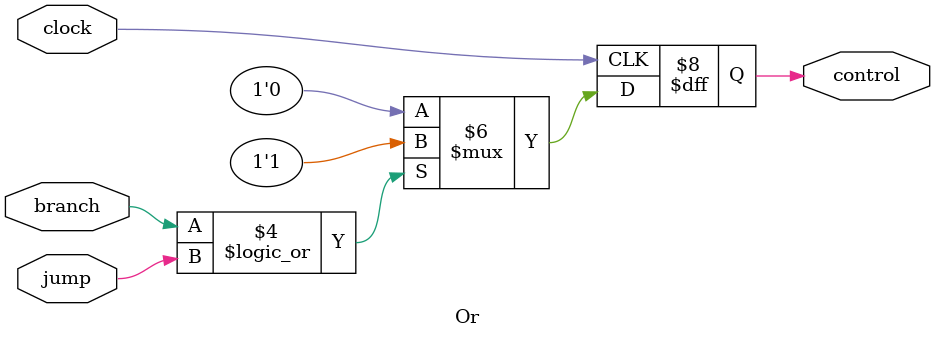
<source format=v>
module Or(clock, branch, jump, control);

    input wire clock;
    input wire branch;
    input wire jump;
    
    output reg control;

    always @ (negedge clock)
    begin: OR
        if((branch == 1) || (jump == 1))begin
            control = 1;
        end else begin
            control = 0;
        end
    end
endmodule
</source>
